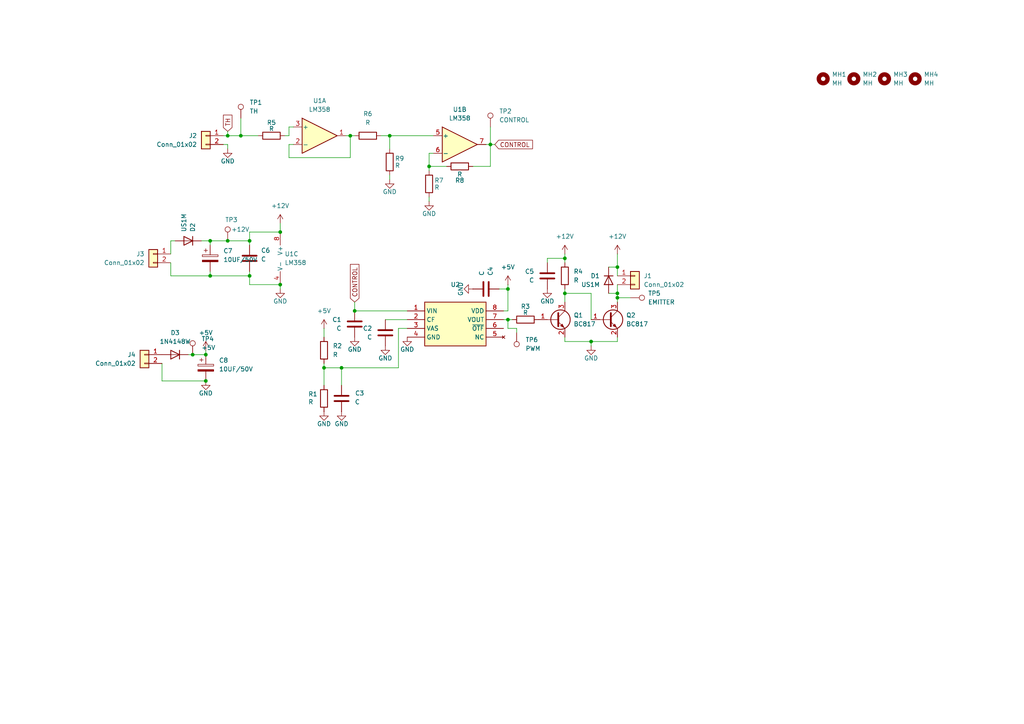
<source format=kicad_sch>
(kicad_sch (version 20250114) (generator "eeschema") (generator_version "9.0")
  (paper "A4")
  (lib_symbols
    (symbol "Amplifier_Operational:LM358" (pin_names (offset 0.127))
      (property "Reference" "U" (at 0 5.08 0))
      (property "Value" "LM358" (at 0 -5.08 0))
      (symbol "LM358_1_1"
        (polyline (pts (xy -5.08 5.08) (xy 5.08 0) (xy -5.08 -5.08) (xy -5.08 5.08)) (stroke (width 0.254)) (fill (type background)))
        (pin input line (at -7.62 2.54 0) (length 2.54) (name "+") (number "3"))
        (pin input line (at -7.62 -2.54 0) (length 2.54) (name "-") (number "2"))
        (pin output line (at 7.62 0 180) (length 2.54) (name "~") (number "1"))
      )
      (symbol "LM358_2_1"
        (polyline (pts (xy -5.08 5.08) (xy 5.08 0) (xy -5.08 -5.08) (xy -5.08 5.08)) (stroke (width 0.254)) (fill (type background)))
        (pin input line (at -7.62 2.54 0) (length 2.54) (name "+") (number "5"))
        (pin input line (at -7.62 -2.54 0) (length 2.54) (name "-") (number "6"))
        (pin output line (at 7.62 0 180) (length 2.54) (name "~") (number "7"))
      )
      (symbol "LM358_3_1"
        (pin power_in line (at -2.54 7.62 270) (length 3.81) (name "V+") (number "8"))
        (pin power_in line (at -2.54 -7.62 90) (length 3.81) (name "V-") (number "4"))
      )
    )
    (symbol "Connector:TestPoint" (pin_numbers (hide yes)) (pin_names (offset 0.762) (hide yes))
      (property "Reference" "TP" (at 0 6.858 0))
      (property "Value" "TestPoint" (at 0 5.08 0))
      (symbol "TestPoint_0_1"
        (circle (center 0 3.302) (radius 0.762))
      )
      (symbol "TestPoint_1_1"
        (pin passive line (at 0 0 90) (length 2.54) (name "1") (number "1"))
      )
    )
    (symbol "Connector_Generic:Conn_01x02" (pin_names (offset 1.016) (hide yes))
      (property "Reference" "J" (at 0 2.54 0))
      (property "Value" "Conn_01x02" (at 0 -5.08 0))
      (symbol "Conn_01x02_1_1"
        (rectangle (start -1.27 1.27) (end 1.27 -3.81) (stroke (width 0.254)) (fill (type background)))
        (rectangle (start -1.27 0.127) (end 0 -0.127) (stroke (width 0.1524)))
        (rectangle (start -1.27 -2.413) (end 0 -2.667) (stroke (width 0.1524)))
        (pin passive line (at -5.08 0 0) (length 3.81) (name "Pin_1") (number "1"))
        (pin passive line (at -5.08 -2.54 0) (length 3.81) (name "Pin_2") (number "2"))
      )
    )
    (symbol "Device:C" (pin_numbers (hide yes)) (pin_names (offset 0.254))
      (property "Reference" "C" (at 0.635 2.54 0))
      (property "Value" "C" (at 0.635 -2.54 0))
      (symbol "C_0_1"
        (polyline (pts (xy -2.032 0.762) (xy 2.032 0.762)) (stroke (width 0.508)))
        (polyline (pts (xy -2.032 -0.762) (xy 2.032 -0.762)) (stroke (width 0.508)))
      )
      (symbol "C_1_1"
        (pin passive line (at 0 3.81 270) (length 2.794) (name "~") (number "1"))
        (pin passive line (at 0 -3.81 90) (length 2.794) (name "~") (number "2"))
      )
    )
    (symbol "Device:C_Polarized" (pin_numbers (hide yes)) (pin_names (offset 0.254))
      (property "Reference" "C" (at 0.635 2.54 0))
      (property "Value" "C_Polarized" (at 0.635 -2.54 0))
      (symbol "C_Polarized_0_1"
        (rectangle (start -2.286 0.508) (end 2.286 1.016))
        (polyline (pts (xy -1.778 2.286) (xy -0.762 2.286)))
        (polyline (pts (xy -1.27 2.794) (xy -1.27 1.778)))
        (rectangle (start 2.286 -0.508) (end -2.286 -1.016) (fill (type outline)))
      )
      (symbol "C_Polarized_1_1"
        (pin passive line (at 0 3.81 270) (length 2.794) (name "~") (number "1"))
        (pin passive line (at 0 -3.81 90) (length 2.794) (name "~") (number "2"))
      )
    )
    (symbol "Device:R" (pin_numbers (hide yes)) (pin_names (offset 0))
      (property "Reference" "R" (at 2.032 0 90))
      (property "Value" "R" (at 0 0 90))
      (symbol "R_0_1"
        (rectangle (start -1.016 -2.54) (end 1.016 2.54) (stroke (width 0.254)))
      )
      (symbol "R_1_1"
        (pin passive line (at 0 3.81 270) (length 1.27) (name "~") (number "1"))
        (pin passive line (at 0 -3.81 90) (length 1.27) (name "~") (number "2"))
      )
    )
    (symbol "Diode:1N4148W" (pin_numbers (hide yes)) (pin_names (hide yes))
      (property "Reference" "D" (at 0 2.54 0))
      (property "Value" "1N4148W" (at 0 -2.54 0))
      (symbol "1N4148W_0_1"
        (polyline (pts (xy -1.27 1.27) (xy -1.27 -1.27)) (stroke (width 0.254)))
        (polyline (pts (xy 1.27 1.27) (xy 1.27 -1.27) (xy -1.27 0) (xy 1.27 1.27)) (stroke (width 0.254)))
        (polyline (pts (xy 1.27 0) (xy -1.27 0)))
      )
      (symbol "1N4148W_1_1"
        (pin passive line (at -3.81 0 0) (length 2.54) (name "K") (number "1"))
        (pin passive line (at 3.81 0 180) (length 2.54) (name "A") (number "2"))
      )
    )
    (symbol "Diode:US1M" (pin_numbers (hide yes)) (pin_names (hide yes))
      (property "Reference" "D" (at 0 2.54 0))
      (property "Value" "US1M" (at 0 -2.54 0))
      (symbol "US1M_0_1"
        (polyline (pts (xy -1.27 1.27) (xy -1.27 -1.27)) (stroke (width 0.254)))
        (polyline (pts (xy 1.27 1.27) (xy 1.27 -1.27) (xy -1.27 0) (xy 1.27 1.27)) (stroke (width 0.254)))
        (polyline (pts (xy 1.27 0) (xy -1.27 0)))
      )
      (symbol "US1M_1_1"
        (pin passive line (at -3.81 0 0) (length 2.54) (name "K") (number "1"))
        (pin passive line (at 3.81 0 180) (length 2.54) (name "A") (number "2"))
      )
    )
    (symbol "Mechanical:MountingHole" (pin_names (offset 1.016)) (in_bom no)
      (property "Reference" "H" (at 0 5.08 0))
      (property "Value" "MountingHole" (at 0 3.175 0))
      (symbol "MountingHole_0_1"
        (circle (center 0 0) (radius 1.27) (stroke (width 1.27)))
      )
    )
    (symbol "RUPESH:TC648BEOA"
      (property "Reference" "IC" (at 24.13 7.62 0))
      (property "Value" "TC648BEOA" (at 24.13 5.08 0))
      (symbol "TC648BEOA_1_1"
        (rectangle (start 5.08 2.54) (end 22.86 -10.16) (stroke (width 0.254)) (fill (type background)))
        (pin passive line (at 0 0 0) (length 5.08) (name "VIN") (number "1"))
        (pin passive line (at 0 -2.54 0) (length 5.08) (name "CF") (number "2"))
        (pin passive line (at 0 -5.08 0) (length 5.08) (name "VAS") (number "3"))
        (pin passive line (at 0 -7.62 0) (length 5.08) (name "GND") (number "4"))
        (pin passive line (at 27.94 0 180) (length 5.08) (name "VDD") (number "8"))
        (pin passive line (at 27.94 -2.54 180) (length 5.08) (name "VOUT") (number "7"))
        (pin passive line (at 27.94 -5.08 180) (length 5.08) (name "~{OTF}") (number "6"))
        (pin no_connect line (at 27.94 -7.62 180) (length 5.08) (name "NC") (number "5"))
      )
    )
    (symbol "Transistor_BJT:BC817" (pin_names (offset 0) (hide yes))
      (property "Reference" "Q" (at 5.08 1.905 0))
      (property "Value" "BC817" (at 5.08 0 0))
      (symbol "BC817_0_1"
        (polyline (pts (xy -2.54 0) (xy 0.635 0)))
        (polyline (pts (xy 0.635 1.905) (xy 0.635 -1.905)) (stroke (width 0.508)))
        (circle (center 1.27 0) (radius 2.8194) (stroke (width 0.254)))
      )
      (symbol "BC817_1_1"
        (polyline (pts (xy 0.635 0.635) (xy 2.54 2.54)))
        (polyline (pts (xy 0.635 -0.635) (xy 2.54 -2.54)))
        (polyline (pts (xy 1.27 -1.778) (xy 1.778 -1.27) (xy 2.286 -2.286) (xy 1.27 -1.778)) (fill (type outline)))
        (pin input line (at -5.08 0 0) (length 2.54) (name "B") (number "1"))
        (pin passive line (at 2.54 5.08 270) (length 2.54) (name "C") (number "3"))
        (pin passive line (at 2.54 -5.08 90) (length 2.54) (name "E") (number "2"))
      )
    )
    (symbol "power:+12V" (power) (pin_numbers (hide yes)) (pin_names (offset 0) (hide yes))
      (property "Value" "+12V" (at 0 3.556 0))
      (symbol "+12V_0_1"
        (polyline (pts (xy -0.762 1.27) (xy 0 2.54)))
        (polyline (pts (xy 0 2.54) (xy 0.762 1.27)))
        (polyline (pts (xy 0 0) (xy 0 2.54)))
      )
      (symbol "+12V_1_1"
        (pin power_in line (at 0 0 90) (length 0) (name "~") (number "1"))
      )
    )
    (symbol "power:+5V" (power) (pin_numbers (hide yes)) (pin_names (offset 0) (hide yes))
      (property "Value" "+5V" (at 0 3.556 0))
      (symbol "+5V_0_1"
        (polyline (pts (xy -0.762 1.27) (xy 0 2.54)))
        (polyline (pts (xy 0 2.54) (xy 0.762 1.27)))
        (polyline (pts (xy 0 0) (xy 0 2.54)))
      )
      (symbol "+5V_1_1"
        (pin power_in line (at 0 0 90) (length 0) (name "~") (number "1"))
      )
    )
    (symbol "power:GND" (power) (pin_numbers (hide yes)) (pin_names (offset 0) (hide yes))
      (property "Value" "GND" (at 0 -3.81 0))
      (symbol "GND_0_1"
        (polyline (pts (xy 0 0) (xy 0 -1.27) (xy 1.27 -1.27) (xy 0 -2.54) (xy -1.27 -1.27) (xy 0 -1.27)))
      )
      (symbol "GND_1_1"
        (pin power_in line (at 0 0 270) (length 0) (name "~") (number "1"))
      )
    )
  )
  (junction (at 171.45 99.06))
  (junction (at 59.69 102.87))
  (junction (at 113.03 39.37))
  (junction (at 81.28 67.31))
  (junction (at 72.39 69.85))
  (junction (at 72.39 80.01))
  (junction (at 66.04 39.37))
  (junction (at 142.24 41.91))
  (junction (at 163.83 85.09))
  (junction (at 147.32 92.71))
  (junction (at 81.28 82.55))
  (junction (at 179.07 86.36))
  (junction (at 179.07 85.09))
  (junction (at 179.07 77.47))
  (junction (at 60.96 80.01))
  (junction (at 60.96 69.85))
  (junction (at 69.85 39.37))
  (junction (at 147.32 83.82))
  (junction (at 163.83 74.93))
  (junction (at 101.6 39.37))
  (junction (at 93.98 106.68))
  (junction (at 55.88 102.87))
  (junction (at 99.06 106.68))
  (junction (at 66.04 69.85))
  (junction (at 59.69 110.49))
  (junction (at 124.46 48.26))
  (junction (at 102.87 90.17))
  (wire (pts (xy 46.99 105.41) (xy 46.99 110.49)))
  (wire (pts (xy 179.07 77.47) (xy 179.07 80.01)))
  (wire (pts (xy 99.06 106.68) (xy 93.98 106.68)))
  (wire (pts (xy 115.57 95.25) (xy 115.57 106.68)))
  (wire (pts (xy 149.86 96.52) (xy 149.86 95.25)))
  (wire (pts (xy 66.04 41.91) (xy 64.77 41.91)))
  (wire (pts (xy 176.53 85.09) (xy 179.07 85.09)))
  (wire (pts (xy 66.04 43.18) (xy 66.04 41.91)))
  (wire (pts (xy 179.07 86.36) (xy 179.07 87.63)))
  (wire (pts (xy 60.96 69.85) (xy 58.42 69.85)))
  (wire (pts (xy 158.75 74.93) (xy 158.75 76.2)))
  (wire (pts (xy 49.53 76.2) (xy 49.53 80.01)))
  (wire (pts (xy 147.32 82.55) (xy 147.32 83.82)))
  (wire (pts (xy 148.59 92.71) (xy 147.32 92.71)))
  (wire (pts (xy 85.09 41.91) (xy 83.82 41.91)))
  (wire (pts (xy 72.39 71.12) (xy 72.39 69.85)))
  (wire (pts (xy 144.78 83.82) (xy 147.32 83.82)))
  (wire (pts (xy 171.45 99.06) (xy 163.83 99.06)))
  (wire (pts (xy 60.96 71.12) (xy 60.96 69.85)))
  (wire (pts (xy 101.6 45.72) (xy 101.6 39.37)))
  (wire (pts (xy 124.46 48.26) (xy 124.46 49.53)))
  (wire (pts (xy 113.03 43.18) (xy 113.03 39.37)))
  (wire (pts (xy 64.77 39.37) (xy 66.04 39.37)))
  (wire (pts (xy 124.46 44.45) (xy 125.73 44.45)))
  (wire (pts (xy 163.83 73.66) (xy 163.83 74.93)))
  (wire (pts (xy 142.24 41.91) (xy 140.97 41.91)))
  (wire (pts (xy 93.98 106.68) (xy 93.98 111.76)))
  (wire (pts (xy 66.04 39.37) (xy 69.85 39.37)))
  (wire (pts (xy 69.85 34.29) (xy 69.85 39.37)))
  (wire (pts (xy 102.87 90.17) (xy 118.11 90.17)))
  (wire (pts (xy 129.54 48.26) (xy 124.46 48.26)))
  (wire (pts (xy 49.53 73.66) (xy 49.53 69.85)))
  (wire (pts (xy 124.46 58.42) (xy 124.46 57.15)))
  (wire (pts (xy 147.32 92.71) (xy 146.05 92.71)))
  (wire (pts (xy 179.07 82.55) (xy 179.07 85.09)))
  (wire (pts (xy 142.24 48.26) (xy 142.24 41.91)))
  (wire (pts (xy 182.88 86.36) (xy 179.07 86.36)))
  (wire (pts (xy 72.39 78.74) (xy 72.39 80.01)))
  (wire (pts (xy 147.32 92.71) (xy 147.32 95.25)))
  (wire (pts (xy 149.86 95.25) (xy 147.32 95.25)))
  (wire (pts (xy 83.82 45.72) (xy 101.6 45.72)))
  (wire (pts (xy 83.82 36.83) (xy 85.09 36.83)))
  (wire (pts (xy 72.39 67.31) (xy 81.28 67.31)))
  (wire (pts (xy 171.45 85.09) (xy 163.83 85.09)))
  (wire (pts (xy 163.83 74.93) (xy 163.83 76.2)))
  (wire (pts (xy 179.07 99.06) (xy 179.07 97.79)))
  (wire (pts (xy 147.32 90.17) (xy 146.05 90.17)))
  (wire (pts (xy 142.24 36.83) (xy 142.24 41.91)))
  (wire (pts (xy 83.82 41.91) (xy 83.82 45.72)))
  (wire (pts (xy 102.87 87.63) (xy 102.87 90.17)))
  (wire (pts (xy 99.06 111.76) (xy 99.06 106.68)))
  (wire (pts (xy 60.96 80.01) (xy 72.39 80.01)))
  (wire (pts (xy 171.45 100.33) (xy 171.45 99.06)))
  (wire (pts (xy 163.83 83.82) (xy 163.83 85.09)))
  (wire (pts (xy 60.96 69.85) (xy 66.04 69.85)))
  (wire (pts (xy 179.07 99.06) (xy 171.45 99.06)))
  (wire (pts (xy 60.96 78.74) (xy 60.96 80.01)))
  (wire (pts (xy 111.76 92.71) (xy 118.11 92.71)))
  (wire (pts (xy 66.04 38.1) (xy 66.04 39.37)))
  (wire (pts (xy 83.82 39.37) (xy 83.82 36.83)))
  (wire (pts (xy 137.16 48.26) (xy 142.24 48.26)))
  (wire (pts (xy 158.75 74.93) (xy 163.83 74.93)))
  (wire (pts (xy 176.53 77.47) (xy 179.07 77.47)))
  (wire (pts (xy 59.69 102.87) (xy 55.88 102.87)))
  (wire (pts (xy 72.39 82.55) (xy 72.39 80.01)))
  (wire (pts (xy 72.39 67.31) (xy 72.39 69.85)))
  (wire (pts (xy 179.07 73.66) (xy 179.07 77.47)))
  (wire (pts (xy 49.53 69.85) (xy 50.8 69.85)))
  (wire (pts (xy 143.51 41.91) (xy 142.24 41.91)))
  (wire (pts (xy 179.07 85.09) (xy 179.07 86.36)))
  (wire (pts (xy 49.53 80.01) (xy 60.96 80.01)))
  (wire (pts (xy 115.57 106.68) (xy 99.06 106.68)))
  (wire (pts (xy 113.03 39.37) (xy 125.73 39.37)))
  (wire (pts (xy 101.6 39.37) (xy 100.33 39.37)))
  (wire (pts (xy 55.88 102.87) (xy 54.61 102.87)))
  (wire (pts (xy 102.87 39.37) (xy 101.6 39.37)))
  (wire (pts (xy 81.28 83.82) (xy 81.28 82.55)))
  (wire (pts (xy 81.28 64.77) (xy 81.28 67.31)))
  (wire (pts (xy 93.98 105.41) (xy 93.98 106.68)))
  (wire (pts (xy 147.32 83.82) (xy 147.32 90.17)))
  (wire (pts (xy 124.46 48.26) (xy 124.46 44.45)))
  (wire (pts (xy 163.83 99.06) (xy 163.83 97.79)))
  (wire (pts (xy 59.69 101.6) (xy 59.69 102.87)))
  (wire (pts (xy 46.99 110.49) (xy 59.69 110.49)))
  (wire (pts (xy 118.11 95.25) (xy 115.57 95.25)))
  (wire (pts (xy 66.04 69.85) (xy 72.39 69.85)))
  (wire (pts (xy 72.39 82.55) (xy 81.28 82.55)))
  (wire (pts (xy 93.98 95.25) (xy 93.98 97.79)))
  (wire (pts (xy 82.55 39.37) (xy 83.82 39.37)))
  (wire (pts (xy 163.83 85.09) (xy 163.83 87.63)))
  (wire (pts (xy 171.45 92.71) (xy 171.45 85.09)))
  (wire (pts (xy 113.03 52.07) (xy 113.03 50.8)))
  (wire (pts (xy 69.85 39.37) (xy 74.93 39.37)))
  (wire (pts (xy 110.49 39.37) (xy 113.03 39.37)))
  (global_label "CONTROL" (shape input) (at 143.51 41.91 0) (property "Intersheetrefs" "${INTERSHEET_REFS}" (effects (hide yes))))
  (global_label "TH" (shape input) (at 66.04 38.1 90) (property "Intersheetrefs" "${INTERSHEET_REFS}" (effects (hide yes))))
  (global_label "CONTROL" (shape input) (at 102.87 87.63 90) (property "Intersheetrefs" "${INTERSHEET_REFS}" (effects (hide yes))))
  (symbol (lib_id "power:GND") (at 59.69 110.49 0) (mirror y) (unit 1)
    (property "Reference" "#PWR017" (effects (hide yes)))
    (property "Value" "GND" (at 59.69 114.046 0))
    (property "Description" "Power symbol creates a global label with name \"GND\" , ground" (effects (hide yes)))
  )
  (symbol (lib_id "Amplifier_Operational:LM358") (at 133.35 41.91 0) (unit 2)
    (property "Reference" "U1" (at 133.35 31.75 0))
    (property "Value" "LM358" (at 133.35 34.29 0))
    (property "Footprint" "Package_SO:SOIC-8_3.9x4.9mm_P1.27mm" (effects (hide yes)))
    (property "Datasheet" "http://www.ti.com/lit/ds/symlink/lm2904-n.pdf" (effects (hide yes)))
    (property "Description" "Low-Power, Dual Operational Amplifiers, DIP-8/SOIC-8/TO-99-8" (effects (hide yes)))
  )
  (symbol (lib_id "Connector:TestPoint") (at 142.24 36.83 0) (unit 1)
    (property "Reference" "TP2" (at 144.78 32.2579 0) (effects (justify left)))
    (property "Value" "CONTROL" (at 144.78 34.7979 0) (effects (justify left)))
    (property "Footprint" "TestPoint:TestPoint_Pad_D3.0mm" (effects (hide yes)))
    (property "Description" "test point" (effects (hide yes)))
  )
  (symbol (lib_id "Mechanical:MountingHole") (at 265.43 22.86 0) (unit 1)
    (property "Reference" "MH4" (at 267.97 21.5899 0) (effects (justify left)))
    (property "Value" "MH" (at 267.97 24.1299 0) (effects (justify left)))
    (property "Footprint" "MountingHole:MountingHole_3.5mm_Pad_Via" (effects (hide yes)))
    (property "Description" "Mounting Hole without connection" (effects (hide yes)))
  )
  (symbol (lib_id "Mechanical:MountingHole") (at 247.65 22.86 0) (unit 1)
    (property "Reference" "MH2" (at 250.19 21.5899 0) (effects (justify left)))
    (property "Value" "MH" (at 250.19 24.1299 0) (effects (justify left)))
    (property "Footprint" "MountingHole:MountingHole_3.5mm_Pad_Via" (effects (hide yes)))
    (property "Description" "Mounting Hole without connection" (effects (hide yes)))
  )
  (symbol (lib_id "Connector:TestPoint") (at 182.88 86.36 270) (unit 1)
    (property "Reference" "TP5" (at 187.96 85.0899 90) (effects (justify left)))
    (property "Value" "EMITTER" (at 187.96 87.6299 90) (effects (justify left)))
    (property "Footprint" "TestPoint:TestPoint_Pad_D3.0mm" (effects (hide yes)))
    (property "Description" "test point" (effects (hide yes)))
  )
  (symbol (lib_id "Device:C") (at 99.06 115.57 0) (mirror y) (unit 1)
    (property "Reference" "C3" (at 105.664 114.046 0) (effects (justify left)))
    (property "Value" "C" (at 104.394 116.586 0) (effects (justify left)))
    (property "Footprint" "Capacitor_SMD:C_0603_1608Metric_Pad1.08x0.95mm_HandSolder" (effects (hide yes)))
    (property "Description" "Unpolarized capacitor" (effects (hide yes)))
  )
  (symbol (lib_id "Device:R") (at 78.74 39.37 90) (unit 1)
    (property "Reference" "R5" (at 78.74 35.56 90))
    (property "Value" "R" (at 78.74 37.338 90))
    (property "Footprint" "Resistor_SMD:R_0603_1608Metric_Pad0.98x0.95mm_HandSolder" (effects (hide yes)))
    (property "Description" "Resistor" (effects (hide yes)))
  )
  (symbol (lib_id "Connector_Generic:Conn_01x02") (at 184.15 80.01 0) (unit 1)
    (property "Reference" "J1" (at 186.69 80.0099 0) (effects (justify left)))
    (property "Value" "Conn_01x02" (at 186.69 82.5499 0) (effects (justify left)))
    (property "Footprint" "Connector_Molex:Molex_KK-254_AE-6410-02A_1x02_P2.54mm_Vertical" (effects (hide yes)))
    (property "Description" "Generic connector, single row, 01x02, script generated (kicad-library-utils/schlib/autogen/connector/)" (effects (hide yes)))
  )
  (symbol (lib_id "power:GND") (at 137.16 83.82 270) (mirror x) (unit 1)
    (property "Reference" "#PWR011" (effects (hide yes)))
    (property "Value" "GND" (at 133.604 83.82 0))
    (property "Description" "Power symbol creates a global label with name \"GND\" , ground" (effects (hide yes)))
  )
  (symbol (lib_id "Transistor_BJT:BC817") (at 161.29 92.71 0) (unit 1)
    (property "Reference" "Q1" (at 166.37 91.4399 0) (effects (justify left)))
    (property "Value" "BC817" (at 166.37 93.9799 0) (effects (justify left)))
    (property "Footprint" "Package_TO_SOT_SMD:SOT-23" (effects (hide yes)))
    (property "Datasheet" "https://www.onsemi.com/pub/Collateral/BC818-D.pdf" (effects (hide yes)))
    (property "Description" "0.8A Ic, 45V Vce, NPN Transistor, SOT-23" (effects (hide yes)))
  )
  (symbol (lib_id "Diode:1N4148W") (at 50.8 102.87 180) (unit 1)
    (property "Reference" "D3" (at 50.8 96.52 0))
    (property "Value" "1N4148W" (at 50.8 99.06 0))
    (property "Footprint" "Diode_SMD:D_SOD-123" (effects (hide yes)))
    (property "Datasheet" "https://www.vishay.com/docs/85748/1n4148w.pdf" (effects (hide yes)))
    (property "Description" "75V 0.15A Fast Switching Diode, SOD-123" (effects (hide yes)))
    (property "Sim.Device" "D" (effects (hide yes)))
    (property "Sim.Pins" "1=K 2=A" (effects (hide yes)))
  )
  (symbol (lib_id "Diode:US1M") (at 176.53 81.28 90) (mirror x) (unit 1)
    (property "Reference" "D1" (at 173.99 80.0099 90) (effects (justify left)))
    (property "Value" "US1M" (at 173.99 82.5499 90) (effects (justify left)))
    (property "Footprint" "Diode_SMD:D_SMA" (effects (hide yes)))
    (property "Datasheet" "https://www.diodes.com/assets/Datasheets/ds16008.pdf" (effects (hide yes)))
    (property "Description" "1000V, 1A, General Purpose Rectifier Diode, SMA(DO-214AC)" (effects (hide yes)))
    (property "Sim.Device" "D" (effects (hide yes)))
    (property "Sim.Pins" "1=K 2=A" (effects (hide yes)))
  )
  (symbol (lib_id "power:+5V") (at 147.32 82.55 0) (mirror y) (unit 1)
    (property "Reference" "#PWR06" (effects (hide yes)))
    (property "Value" "+5V" (at 147.32 77.47 0))
    (property "Description" "Power symbol creates a global label with name \"+5V\"" (effects (hide yes)))
  )
  (symbol (lib_id "power:+12V") (at 179.07 73.66 0) (unit 1)
    (property "Reference" "#PWR08" (effects (hide yes)))
    (property "Value" "+12V" (at 179.07 68.58 0))
    (property "Description" "Power symbol creates a global label with name \"+12V\"" (effects (hide yes)))
  )
  (symbol (lib_id "Connector:TestPoint") (at 69.85 34.29 0) (unit 1)
    (property "Reference" "TP1" (at 72.39 29.7179 0) (effects (justify left)))
    (property "Value" "TH" (at 72.39 32.2579 0) (effects (justify left)))
    (property "Footprint" "TestPoint:TestPoint_Pad_D3.0mm" (effects (hide yes)))
    (property "Description" "test point" (effects (hide yes)))
  )
  (symbol (lib_id "power:GND") (at 93.98 119.38 0) (mirror y) (unit 1)
    (property "Reference" "#PWR02" (effects (hide yes)))
    (property "Value" "GND" (at 93.98 122.936 0))
    (property "Description" "Power symbol creates a global label with name \"GND\" , ground" (effects (hide yes)))
  )
  (symbol (lib_id "Device:C") (at 158.75 80.01 0) (mirror y) (unit 1)
    (property "Reference" "C5" (at 154.94 78.7399 0) (effects (justify left)))
    (property "Value" "C" (at 154.94 81.2799 0) (effects (justify left)))
    (property "Footprint" "Capacitor_SMD:C_0603_1608Metric_Pad1.08x0.95mm_HandSolder" (effects (hide yes)))
    (property "Description" "Unpolarized capacitor" (effects (hide yes)))
  )
  (symbol (lib_id "Device:C_Polarized") (at 60.96 74.93 0) (unit 1)
    (property "Reference" "C7" (at 64.77 72.7709 0) (effects (justify left)))
    (property "Value" "10UF/50V" (at 64.77 75.3109 0) (effects (justify left)))
    (property "Footprint" "Capacitor_THT:CP_Radial_D5.0mm_P2.00mm" (effects (hide yes)))
    (property "Description" "Polarized capacitor" (effects (hide yes)))
  )
  (symbol (lib_id "Device:R") (at 163.83 80.01 180) (unit 1)
    (property "Reference" "R4" (at 166.37 78.7399 0) (effects (justify right)))
    (property "Value" "R" (at 166.37 81.2799 0) (effects (justify right)))
    (property "Footprint" "Resistor_SMD:R_0603_1608Metric_Pad0.98x0.95mm_HandSolder" (effects (hide yes)))
    (property "Description" "Resistor" (effects (hide yes)))
  )
  (symbol (lib_id "power:GND") (at 111.76 100.33 0) (mirror y) (unit 1)
    (property "Reference" "#PWR03" (effects (hide yes)))
    (property "Value" "GND" (at 111.76 103.886 0))
    (property "Description" "Power symbol creates a global label with name \"GND\" , ground" (effects (hide yes)))
  )
  (symbol (lib_id "power:+12V") (at 81.28 64.77 0) (unit 1)
    (property "Reference" "#PWR016" (effects (hide yes)))
    (property "Value" "+12V" (at 81.28 59.69 0))
    (property "Description" "Power symbol creates a global label with name \"+12V\"" (effects (hide yes)))
  )
  (symbol (lib_id "Connector_Generic:Conn_01x02") (at 59.69 39.37 0) (mirror y) (unit 1)
    (property "Reference" "J2" (at 57.15 39.3699 0) (effects (justify left)))
    (property "Value" "Conn_01x02" (at 57.15 41.9099 0) (effects (justify left)))
    (property "Footprint" "Connector_Molex:Molex_KK-254_AE-6410-02A_1x02_P2.54mm_Vertical" (effects (hide yes)))
    (property "Description" "Generic connector, single row, 01x02, script generated (kicad-library-utils/schlib/autogen/connector/)" (effects (hide yes)))
  )
  (symbol (lib_id "power:+12V") (at 163.83 73.66 0) (unit 1)
    (property "Reference" "#PWR07" (effects (hide yes)))
    (property "Value" "+12V" (at 163.83 68.58 0))
    (property "Description" "Power symbol creates a global label with name \"+12V\"" (effects (hide yes)))
  )
  (symbol (lib_id "Device:R") (at 93.98 101.6 0) (unit 1)
    (property "Reference" "R2" (at 96.52 100.3299 0) (effects (justify left)))
    (property "Value" "R" (at 96.52 102.8699 0) (effects (justify left)))
    (property "Footprint" "Resistor_SMD:R_0603_1608Metric_Pad0.98x0.95mm_HandSolder" (effects (hide yes)))
    (property "Description" "Resistor" (effects (hide yes)))
  )
  (symbol (lib_id "power:GND") (at 102.87 97.79 0) (mirror y) (unit 1)
    (property "Reference" "#PWR01" (effects (hide yes)))
    (property "Value" "GND" (at 102.87 101.346 0))
    (property "Description" "Power symbol creates a global label with name \"GND\" , ground" (effects (hide yes)))
  )
  (symbol (lib_id "Device:C") (at 111.76 96.52 0) (mirror y) (unit 1)
    (property "Reference" "C2" (at 107.95 95.2499 0) (effects (justify left)))
    (property "Value" "C" (at 107.95 97.7899 0) (effects (justify left)))
    (property "Footprint" "Capacitor_SMD:C_0603_1608Metric_Pad1.08x0.95mm_HandSolder" (effects (hide yes)))
    (property "Description" "Unpolarized capacitor" (effects (hide yes)))
  )
  (symbol (lib_id "Device:R") (at 133.35 48.26 90) (mirror x) (unit 1)
    (property "Reference" "R8" (at 133.35 52.324 90))
    (property "Value" "R" (at 133.35 50.546 90))
    (property "Footprint" "Resistor_SMD:R_0603_1608Metric_Pad0.98x0.95mm_HandSolder" (effects (hide yes)))
    (property "Description" "Resistor" (effects (hide yes)))
  )
  (symbol (lib_id "Device:C") (at 72.39 74.93 0) (unit 1)
    (property "Reference" "C6" (at 75.692 72.644 0) (effects (justify left)))
    (property "Value" "C" (at 75.692 75.184 0) (effects (justify left)))
    (property "Footprint" "Capacitor_SMD:C_1206_3216Metric_Pad1.33x1.80mm_HandSolder" (effects (hide yes)))
    (property "Description" "Unpolarized capacitor" (effects (hide yes)))
  )
  (symbol (lib_id "Device:C") (at 140.97 83.82 270) (mirror x) (unit 1)
    (property "Reference" "C4" (at 142.2401 80.01 0) (effects (justify left)))
    (property "Value" "C" (at 139.7001 80.01 0) (effects (justify left)))
    (property "Footprint" "Capacitor_SMD:C_0603_1608Metric_Pad1.08x0.95mm_HandSolder" (effects (hide yes)))
    (property "Description" "Unpolarized capacitor" (effects (hide yes)))
  )
  (symbol (lib_id "Connector:TestPoint") (at 66.04 69.85 0) (unit 1)
    (property "Reference" "TP3" (at 65.278 63.754 0) (effects (justify left)))
    (property "Value" "+12V" (at 67.056 66.548 0) (effects (justify left)))
    (property "Footprint" "TestPoint:TestPoint_Pad_D3.0mm" (effects (hide yes)))
    (property "Description" "test point" (effects (hide yes)))
  )
  (symbol (lib_id "Connector:TestPoint") (at 149.86 96.52 180) (unit 1)
    (property "Reference" "TP6" (at 152.4 98.5519 0) (effects (justify right)))
    (property "Value" "PWM" (at 152.4 101.0919 0) (effects (justify right)))
    (property "Footprint" "TestPoint:TestPoint_Pad_D3.0mm" (effects (hide yes)))
    (property "Description" "test point" (effects (hide yes)))
  )
  (symbol (lib_id "Diode:US1M") (at 54.61 69.85 0) (mirror y) (unit 1)
    (property "Reference" "D2" (at 55.8801 67.31 90) (effects (justify left)))
    (property "Value" "US1M" (at 53.3401 67.31 90) (effects (justify left)))
    (property "Footprint" "Diode_SMD:D_SMA" (effects (hide yes)))
    (property "Datasheet" "https://www.diodes.com/assets/Datasheets/ds16008.pdf" (effects (hide yes)))
    (property "Description" "1000V, 1A, General Purpose Rectifier Diode, SMA(DO-214AC)" (effects (hide yes)))
    (property "Sim.Device" "D" (effects (hide yes)))
    (property "Sim.Pins" "1=K 2=A" (effects (hide yes)))
  )
  (symbol (lib_id "RUPESH:TC648BEOA") (at 118.11 90.17 0) (unit 1)
    (property "Reference" "U2" (at 132.08 82.55 0))
    (property "Value" "TC648BEOA" (effects (hide yes)))
    (property "Footprint" "SOIC127P600X175-8N" (effects (hide yes)))
    (property "Datasheet" "https://componentsearchengine.com/Datasheets/2/TC648BEOA.pdf" (effects (hide yes)))
    (property "Description" "Microchip TC648BEOA, Fan Controller IC, 8-Pin SOIC" (effects (hide yes)))
    (property "Height" "1.75" (effects (hide yes)))
    (property "Manufacturer_Name" "Microchip" (effects (hide yes)))
    (property "Manufacturer_Part_Number" "TC648BEOA" (effects (hide yes)))
    (property "Mouser Part Number" "579-TC648BEOA" (effects (hide yes)))
    (property "Mouser Price/Stock" "https://www.mouser.co.uk/ProductDetail/Microchip-Technology/TC648BEOA?qs=cQYLKLPzRJkz0uoIeTY2ag%3D%3D" (effects (hide yes)))
    (property "Arrow Part Number" "TC648BEOA" (effects (hide yes)))
    (property "Arrow Price/Stock" "https://www.arrow.com/en/products/tc648beoa/microchip-technology?region=nac" (effects (hide yes)))
  )
  (symbol (lib_id "Device:R") (at 93.98 115.57 0) (unit 1)
    (property "Reference" "R1" (at 89.408 114.3 0) (effects (justify left)))
    (property "Value" "R" (at 89.408 116.586 0) (effects (justify left)))
    (property "Footprint" "Resistor_SMD:R_0603_1608Metric_Pad0.98x0.95mm_HandSolder" (effects (hide yes)))
    (property "Description" "Resistor" (effects (hide yes)))
  )
  (symbol (lib_id "Connector_Generic:Conn_01x02") (at 41.91 102.87 0) (mirror y) (unit 1)
    (property "Reference" "J4" (at 39.37 102.8699 0) (effects (justify left)))
    (property "Value" "Conn_01x02" (at 39.37 105.4099 0) (effects (justify left)))
    (property "Footprint" "Connector_Molex:Molex_KK-254_AE-6410-02A_1x02_P2.54mm_Vertical" (effects (hide yes)))
    (property "Description" "Generic connector, single row, 01x02, script generated (kicad-library-utils/schlib/autogen/connector/)" (effects (hide yes)))
  )
  (symbol (lib_id "power:GND") (at 171.45 100.33 0) (mirror y) (unit 1)
    (property "Reference" "#PWR09" (effects (hide yes)))
    (property "Value" "GND" (at 171.45 103.886 0))
    (property "Description" "Power symbol creates a global label with name \"GND\" , ground" (effects (hide yes)))
  )
  (symbol (lib_id "Device:R") (at 113.03 46.99 0) (unit 1)
    (property "Reference" "R9" (at 114.554 45.974 0) (effects (justify left)))
    (property "Value" "R" (at 114.554 48.006 0) (effects (justify left)))
    (property "Footprint" "Resistor_SMD:R_0603_1608Metric_Pad0.98x0.95mm_HandSolder" (effects (hide yes)))
    (property "Description" "Resistor" (effects (hide yes)))
  )
  (symbol (lib_id "power:GND") (at 158.75 83.82 0) (mirror y) (unit 1)
    (property "Reference" "#PWR012" (effects (hide yes)))
    (property "Value" "GND" (at 158.75 87.376 0))
    (property "Description" "Power symbol creates a global label with name \"GND\" , ground" (effects (hide yes)))
  )
  (symbol (lib_id "Device:R") (at 124.46 53.34 0) (unit 1)
    (property "Reference" "R7" (at 125.984 52.324 0) (effects (justify left)))
    (property "Value" "R" (at 125.984 54.356 0) (effects (justify left)))
    (property "Footprint" "Resistor_SMD:R_0603_1608Metric_Pad0.98x0.95mm_HandSolder" (effects (hide yes)))
    (property "Description" "Resistor" (effects (hide yes)))
  )
  (symbol (lib_id "power:GND") (at 66.04 43.18 0) (mirror y) (unit 1)
    (property "Reference" "#PWR013" (effects (hide yes)))
    (property "Value" "GND" (at 66.04 46.736 0))
    (property "Description" "Power symbol creates a global label with name \"GND\" , ground" (effects (hide yes)))
  )
  (symbol (lib_id "power:GND") (at 81.28 83.82 0) (mirror y) (unit 1)
    (property "Reference" "#PWR018" (effects (hide yes)))
    (property "Value" "GND" (at 81.28 87.376 0))
    (property "Description" "Power symbol creates a global label with name \"GND\" , ground" (effects (hide yes)))
  )
  (symbol (lib_id "Connector_Generic:Conn_01x02") (at 44.45 73.66 0) (mirror y) (unit 1)
    (property "Reference" "J3" (at 41.91 73.6599 0) (effects (justify left)))
    (property "Value" "Conn_01x02" (at 41.91 76.1999 0) (effects (justify left)))
    (property "Footprint" "Connector_Molex:Molex_KK-254_AE-6410-02A_1x02_P2.54mm_Vertical" (effects (hide yes)))
    (property "Description" "Generic connector, single row, 01x02, script generated (kicad-library-utils/schlib/autogen/connector/)" (effects (hide yes)))
  )
  (symbol (lib_id "Device:R") (at 106.68 39.37 90) (unit 1)
    (property "Reference" "R6" (at 106.68 33.02 90))
    (property "Value" "R" (at 106.68 35.56 90))
    (property "Footprint" "Resistor_SMD:R_0603_1608Metric_Pad0.98x0.95mm_HandSolder" (effects (hide yes)))
    (property "Description" "Resistor" (effects (hide yes)))
  )
  (symbol (lib_id "power:GND") (at 113.03 52.07 0) (mirror y) (unit 1)
    (property "Reference" "#PWR019" (effects (hide yes)))
    (property "Value" "GND" (at 113.03 55.626 0))
    (property "Description" "Power symbol creates a global label with name \"GND\" , ground" (effects (hide yes)))
  )
  (symbol (lib_id "Device:C_Polarized") (at 59.69 106.68 0) (unit 1)
    (property "Reference" "C8" (at 63.5 104.5209 0) (effects (justify left)))
    (property "Value" "10UF/50V" (at 63.5 107.0609 0) (effects (justify left)))
    (property "Footprint" "Capacitor_THT:CP_Radial_D5.0mm_P2.00mm" (effects (hide yes)))
    (property "Description" "Polarized capacitor" (effects (hide yes)))
  )
  (symbol (lib_id "Device:R") (at 152.4 92.71 90) (unit 1)
    (property "Reference" "R3" (at 152.4 88.9 90))
    (property "Value" "R" (at 152.4 90.678 90))
    (property "Footprint" "Resistor_SMD:R_0603_1608Metric_Pad0.98x0.95mm_HandSolder" (effects (hide yes)))
    (property "Description" "Resistor" (effects (hide yes)))
  )
  (symbol (lib_id "Device:C") (at 102.87 93.98 0) (mirror y) (unit 1)
    (property "Reference" "C1" (at 99.06 92.7099 0) (effects (justify left)))
    (property "Value" "C" (at 99.06 95.2499 0) (effects (justify left)))
    (property "Footprint" "Capacitor_SMD:C_0603_1608Metric_Pad1.08x0.95mm_HandSolder" (effects (hide yes)))
    (property "Description" "Unpolarized capacitor" (effects (hide yes)))
  )
  (symbol (lib_id "Amplifier_Operational:LM358") (at 83.82 74.93 0) (unit 3)
    (property "Reference" "U1" (at 82.55 73.6599 0) (effects (justify left)))
    (property "Value" "LM358" (at 82.55 76.1999 0) (effects (justify left)))
    (property "Footprint" "Package_SO:SOIC-8_3.9x4.9mm_P1.27mm" (effects (hide yes)))
    (property "Datasheet" "http://www.ti.com/lit/ds/symlink/lm2904-n.pdf" (effects (hide yes)))
    (property "Description" "Low-Power, Dual Operational Amplifiers, DIP-8/SOIC-8/TO-99-8" (effects (hide yes)))
  )
  (symbol (lib_id "Amplifier_Operational:LM358") (at 92.71 39.37 0) (unit 1)
    (property "Reference" "U1" (at 92.71 29.21 0))
    (property "Value" "LM358" (at 92.71 31.75 0))
    (property "Footprint" "Package_SO:SOIC-8_3.9x4.9mm_P1.27mm" (effects (hide yes)))
    (property "Datasheet" "http://www.ti.com/lit/ds/symlink/lm2904-n.pdf" (effects (hide yes)))
    (property "Description" "Low-Power, Dual Operational Amplifiers, DIP-8/SOIC-8/TO-99-8" (effects (hide yes)))
  )
  (symbol (lib_id "power:GND") (at 118.11 97.79 0) (mirror y) (unit 1)
    (property "Reference" "#PWR04" (effects (hide yes)))
    (property "Value" "GND" (at 118.11 101.346 0))
    (property "Description" "Power symbol creates a global label with name \"GND\" , ground" (effects (hide yes)))
  )
  (symbol (lib_id "Mechanical:MountingHole") (at 238.76 22.86 0) (unit 1)
    (property "Reference" "MH1" (at 241.3 21.5899 0) (effects (justify left)))
    (property "Value" "MH" (at 241.3 24.1299 0) (effects (justify left)))
    (property "Footprint" "MountingHole:MountingHole_3.5mm_Pad_Via" (effects (hide yes)))
    (property "Description" "Mounting Hole without connection" (effects (hide yes)))
  )
  (symbol (lib_id "Connector:TestPoint") (at 55.88 102.87 0) (unit 1)
    (property "Reference" "TP4" (at 58.42 98.2979 0) (effects (justify left)))
    (property "Value" "+5V" (at 58.42 100.8379 0) (effects (justify left)))
    (property "Footprint" "TestPoint:TestPoint_Pad_D3.0mm" (effects (hide yes)))
    (property "Description" "test point" (effects (hide yes)))
  )
  (symbol (lib_id "Mechanical:MountingHole") (at 256.54 22.86 0) (unit 1)
    (property "Reference" "MH3" (at 259.08 21.5899 0) (effects (justify left)))
    (property "Value" "MH" (at 259.08 24.1299 0) (effects (justify left)))
    (property "Footprint" "MountingHole:MountingHole_3.5mm_Pad_Via" (effects (hide yes)))
    (property "Description" "Mounting Hole without connection" (effects (hide yes)))
  )
  (symbol (lib_id "power:GND") (at 124.46 58.42 0) (mirror y) (unit 1)
    (property "Reference" "#PWR014" (effects (hide yes)))
    (property "Value" "GND" (at 124.46 61.976 0))
    (property "Description" "Power symbol creates a global label with name \"GND\" , ground" (effects (hide yes)))
  )
  (symbol (lib_id "power:+5V") (at 93.98 95.25 0) (mirror y) (unit 1)
    (property "Reference" "#PWR010" (effects (hide yes)))
    (property "Value" "+5V" (at 93.98 90.17 0))
    (property "Description" "Power symbol creates a global label with name \"+5V\"" (effects (hide yes)))
  )
  (symbol (lib_id "power:+5V") (at 59.69 101.6 0) (mirror y) (unit 1)
    (property "Reference" "#PWR015" (effects (hide yes)))
    (property "Value" "+5V" (at 59.69 96.52 0))
    (property "Description" "Power symbol creates a global label with name \"+5V\"" (effects (hide yes)))
  )
  (symbol (lib_id "power:GND") (at 99.06 119.38 0) (mirror y) (unit 1)
    (property "Reference" "#PWR05" (effects (hide yes)))
    (property "Value" "GND" (at 99.06 122.936 0))
    (property "Description" "Power symbol creates a global label with name \"GND\" , ground" (effects (hide yes)))
  )
  (symbol (lib_id "Transistor_BJT:BC817") (at 176.53 92.71 0) (unit 1)
    (property "Reference" "Q2" (at 181.61 91.4399 0) (effects (justify left)))
    (property "Value" "BC817" (at 181.61 93.9799 0) (effects (justify left)))
    (property "Footprint" "Package_TO_SOT_SMD:SOT-23" (effects (hide yes)))
    (property "Datasheet" "https://www.onsemi.com/pub/Collateral/BC818-D.pdf" (effects (hide yes)))
    (property "Description" "0.8A Ic, 45V Vce, NPN Transistor, SOT-23" (effects (hide yes)))
  )
)
</source>
